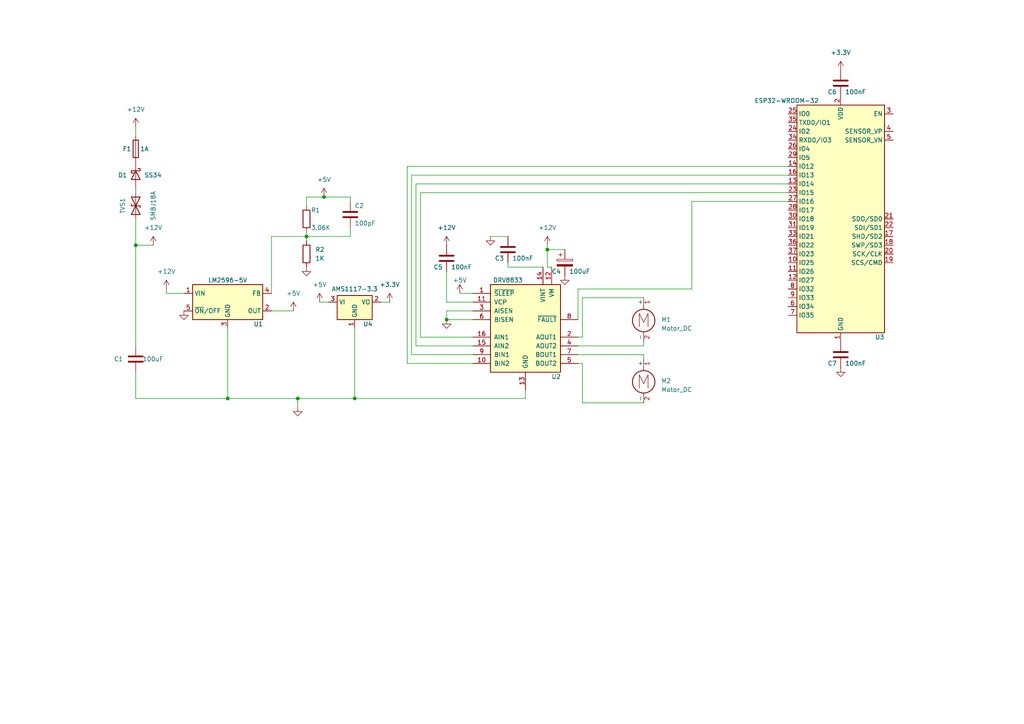
<source format=kicad_sch>
(kicad_sch (version 20230121) (generator eeschema)
  (paper "A4")
  (paper "A4")
  (title_block (title "Car Radio Flip Motor Controller") (date "2026-02-19") (rev "1.0"))
  (lib_symbols
    (symbol "Device:C" (pin_numbers hide) (pin_names (offset 0.254))
      (property "Reference" "C" (at 0.635 2.54 0))
      (property "Value" "C" (at 0.635 -2.54 0))
      (symbol "C_0_1"
        (polyline (pts (xy -2.032 -0.762) (xy 2.032 -0.762)) (stroke (width 0.508)))
        (polyline (pts (xy -2.032 0.762) (xy 2.032 0.762)) (stroke (width 0.508)))
      )
      (symbol "C_1_1"
        (pin passive line (at 0 3.81 270) (length 2.794) (name "~") (number "1"))
        (pin passive line (at 0 -3.81 90) (length 2.794) (name "~") (number "2"))
      )
    )
    (symbol "Device:C_Polarized" (pin_numbers hide) (pin_names (offset 0.254))
      (property "Reference" "C" (at 0.635 2.54 0))
      (property "Value" "C_Polarized" (at 0.635 -2.54 0))
      (symbol "C_Polarized_0_1"
        (rectangle (start -2.286 0.508) (end 2.286 1.016))
        (polyline (pts (xy -1.778 2.286) (xy -0.762 2.286)))
        (polyline (pts (xy -1.27 2.794) (xy -1.27 1.778)))
        (rectangle (start 2.286 -0.508) (end -2.286 -1.016) (fill (type outline)))
      )
      (symbol "C_Polarized_1_1"
        (pin passive line (at 0 3.81 270) (length 2.794) (name "~") (number "1"))
        (pin passive line (at 0 -3.81 90) (length 2.794) (name "~") (number "2"))
      )
    )
    (symbol "Device:D_Schottky" (pin_numbers hide) (pin_names (offset 1.016) hide)
      (property "Reference" "D" (at 0 2.54 0))
      (property "Value" "D_Schottky" (at 0 -2.54 0))
      (symbol "D_Schottky_0_1"
        (polyline (pts (xy 1.27 0) (xy -1.27 0)))
        (polyline (pts (xy 1.27 1.27) (xy 1.27 -1.27) (xy -1.27 0) (xy 1.27 1.27)) (stroke (width 0.254)))
        (polyline (pts (xy -1.905 0.635) (xy -1.905 1.27) (xy -1.27 1.27) (xy -1.27 -1.27) (xy -0.635 -1.27) (xy -0.635 -0.635)) (stroke (width 0.254)))
      )
      (symbol "D_Schottky_1_1"
        (pin passive line (at -3.81 0 0) (length 2.54) (name "K") (number "1"))
        (pin passive line (at 3.81 0 180) (length 2.54) (name "A") (number "2"))
      )
    )
    (symbol "Device:D_TVS" (pin_numbers hide) (pin_names (offset 1.016) hide)
      (property "Reference" "D" (at 0 2.54 0))
      (property "Value" "D_TVS" (at 0 -2.54 0))
      (symbol "D_TVS_0_1"
        (polyline (pts (xy 1.27 0) (xy -1.27 0)))
        (polyline (pts (xy 0.508 1.27) (xy 0 1.27) (xy 0 -1.27) (xy -0.508 -1.27)) (stroke (width 0.254)))
        (polyline (pts (xy -2.54 1.27) (xy -2.54 -1.27) (xy 2.54 1.27) (xy 2.54 -1.27) (xy -2.54 1.27)) (stroke (width 0.254)))
      )
      (symbol "D_TVS_1_1"
        (pin passive line (at -3.81 0 0) (length 2.54) (name "A1") (number "1"))
        (pin passive line (at 3.81 0 180) (length 2.54) (name "A2") (number "2"))
      )
    )
    (symbol "Device:Fuse" (pin_numbers hide) (pin_names (offset 0))
      (property "Reference" "F" (at 2.032 0 90))
      (property "Value" "Fuse" (at -1.905 0 90))
      (symbol "Fuse_0_1"
        (rectangle (start -0.762 -2.54) (end 0.762 2.54) (stroke (width 0.254)))
        (polyline (pts (xy 0 2.54) (xy 0 -2.54)))
      )
      (symbol "Fuse_1_1"
        (pin passive line (at 0 3.81 270) (length 1.27) (name "~") (number "1"))
        (pin passive line (at 0 -3.81 90) (length 1.27) (name "~") (number "2"))
      )
    )
    (symbol "Device:R" (pin_numbers hide) (pin_names (offset 0))
      (property "Reference" "R" (at 2.032 0 90))
      (property "Value" "R" (at 0 0 90))
      (symbol "R_0_1"
        (rectangle (start -1.016 -2.54) (end 1.016 2.54) (stroke (width 0.254)))
      )
      (symbol "R_1_1"
        (pin passive line (at 0 3.81 270) (length 1.27) (name "~") (number "1"))
        (pin passive line (at 0 -3.81 90) (length 1.27) (name "~") (number "2"))
      )
    )
    (symbol "Driver_Motor:DRV8833PW" (pin_names (offset 1.016))
      (property "Reference" "U" (at -3.81 16.51 0))
      (property "Value" "DRV8833PW" (at -3.81 13.97 0))
      (symbol "DRV8833PW_0_1"
        (rectangle (start -10.16 12.7) (end 10.16 -12.7) (stroke (width 0.254)) (fill (type background)))
      )
      (symbol "DRV8833PW_1_1"
        (pin input line (at -15.24 10.16 0) (length 5.08) (name "~{SLEEP}") (number "1"))
        (pin input line (at -15.24 -10.16 0) (length 5.08) (name "BIN2") (number "10"))
        (pin bidirectional line (at -15.24 7.62 0) (length 5.08) (name "VCP") (number "11"))
        (pin power_in line (at 7.62 17.78 270) (length 5.08) (name "VM") (number "12"))
        (pin power_in line (at 0 -17.78 90) (length 5.08) (name "GND") (number "13"))
        (pin power_in line (at 5.08 17.78 270) (length 5.08) (name "VINT") (number "14"))
        (pin input line (at -15.24 -5.08 0) (length 5.08) (name "AIN2") (number "15"))
        (pin input line (at -15.24 -2.54 0) (length 5.08) (name "AIN1") (number "16"))
        (pin power_out line (at 15.24 -2.54 180) (length 5.08) (name "AOUT1") (number "2"))
        (pin bidirectional line (at -15.24 5.08 0) (length 5.08) (name "AISEN") (number "3"))
        (pin power_out line (at 15.24 -5.08 180) (length 5.08) (name "AOUT2") (number "4"))
        (pin power_out line (at 15.24 -10.16 180) (length 5.08) (name "BOUT2") (number "5"))
        (pin bidirectional line (at -15.24 2.54 0) (length 5.08) (name "BISEN") (number "6"))
        (pin power_out line (at 15.24 -7.62 180) (length 5.08) (name "BOUT1") (number "7"))
        (pin open_collector line (at 15.24 2.54 180) (length 5.08) (name "~{FAULT}") (number "8"))
        (pin input line (at -15.24 -7.62 0) (length 5.08) (name "BIN1") (number "9"))
      )
    )
    (symbol "Motor:Motor_DC" (pin_names (offset 0))
      (property "Reference" "M" (at 2.54 2.54 0))
      (property "Value" "Motor_DC" (at 2.54 -5.08 0))
      (symbol "Motor_DC_0_0"
        (polyline (pts (xy -1.27 -3.302) (xy -1.27 0.508) (xy 0 -2.032) (xy 1.27 0.508) (xy 1.27 -3.302)))
      )
      (symbol "Motor_DC_0_1"
        (circle (center 0 -1.524) (radius 3.2512) (stroke (width 0.254)))
        (polyline (pts (xy 0 -7.62) (xy 0 -7.112)))
        (polyline (pts (xy 0 -4.7752) (xy 0 -5.1816)))
        (polyline (pts (xy 0 1.7272) (xy 0 2.0828)))
        (polyline (pts (xy 0 2.032) (xy 0 2.54)))
      )
      (symbol "Motor_DC_1_1"
        (pin passive line (at 0 5.08 270) (length 2.54) (name "+") (number "1"))
        (pin passive line (at 0 -7.62 90) (length 2.54) (name "-") (number "2"))
      )
    )
    (symbol "RF_Module:ESP32-WROOM-32"
      (property "Reference" "U" (at -12.7 34.29 0))
      (property "Value" "ESP32-WROOM-32" (at 1.27 34.29 0))
      (symbol "ESP32-WROOM-32_0_1"
        (rectangle (start -12.7 33.02) (end 12.7 -33.02) (stroke (width 0.254)) (fill (type background)))
      )
      (symbol "ESP32-WROOM-32_1_1"
        (pin power_in line (at 0 -35.56 90) (length 2.54) (name "GND") (number "1"))
        (pin bidirectional line (at 15.24 -12.7 180) (length 2.54) (name "IO25") (number "10"))
        (pin bidirectional line (at 15.24 -15.24 180) (length 2.54) (name "IO26") (number "11"))
        (pin bidirectional line (at 15.24 -17.78 180) (length 2.54) (name "IO27") (number "12"))
        (pin bidirectional line (at 15.24 10.16 180) (length 2.54) (name "IO14") (number "13"))
        (pin bidirectional line (at 15.24 15.24 180) (length 2.54) (name "IO12") (number "14"))
        (pin passive line (at 0 -35.56 90) (length 2.54) hide (name "GND") (number "15"))
        (pin bidirectional line (at 15.24 12.7 180) (length 2.54) (name "IO13") (number "16"))
        (pin bidirectional line (at -15.24 -5.08 0) (length 2.54) (name "SHD/SD2") (number "17"))
        (pin bidirectional line (at -15.24 -7.62 0) (length 2.54) (name "SWP/SD3") (number "18"))
        (pin bidirectional line (at -15.24 -12.7 0) (length 2.54) (name "SCS/CMD") (number "19"))
        (pin power_in line (at 0 35.56 270) (length 2.54) (name "VDD") (number "2"))
        (pin bidirectional line (at -15.24 -10.16 0) (length 2.54) (name "SCK/CLK") (number "20"))
        (pin bidirectional line (at -15.24 0 0) (length 2.54) (name "SDO/SD0") (number "21"))
        (pin bidirectional line (at -15.24 -2.54 0) (length 2.54) (name "SDI/SD1") (number "22"))
        (pin bidirectional line (at 15.24 7.62 180) (length 2.54) (name "IO15") (number "23"))
        (pin bidirectional line (at 15.24 25.4 180) (length 2.54) (name "IO2") (number "24"))
        (pin bidirectional line (at 15.24 30.48 180) (length 2.54) (name "IO0") (number "25"))
        (pin bidirectional line (at 15.24 20.32 180) (length 2.54) (name "IO4") (number "26"))
        (pin bidirectional line (at 15.24 5.08 180) (length 2.54) (name "IO16") (number "27"))
        (pin bidirectional line (at 15.24 2.54 180) (length 2.54) (name "IO17") (number "28"))
        (pin bidirectional line (at 15.24 17.78 180) (length 2.54) (name "IO5") (number "29"))
        (pin input line (at -15.24 30.48 0) (length 2.54) (name "EN") (number "3"))
        (pin bidirectional line (at 15.24 0 180) (length 2.54) (name "IO18") (number "30"))
        (pin bidirectional line (at 15.24 -2.54 180) (length 2.54) (name "IO19") (number "31"))
        (pin no_connect line (at -12.7 -27.94 0) (length 2.54) hide (name "NC") (number "32"))
        (pin bidirectional line (at 15.24 -5.08 180) (length 2.54) (name "IO21") (number "33"))
        (pin bidirectional line (at 15.24 22.86 180) (length 2.54) (name "RXD0/IO3") (number "34"))
        (pin bidirectional line (at 15.24 27.94 180) (length 2.54) (name "TXD0/IO1") (number "35"))
        (pin bidirectional line (at 15.24 -7.62 180) (length 2.54) (name "IO22") (number "36"))
        (pin bidirectional line (at 15.24 -10.16 180) (length 2.54) (name "IO23") (number "37"))
        (pin passive line (at 0 -35.56 90) (length 2.54) hide (name "GND") (number "38"))
        (pin passive line (at 0 -35.56 90) (length 2.54) hide (name "GND") (number "39"))
        (pin input line (at -15.24 25.4 0) (length 2.54) (name "SENSOR_VP") (number "4"))
        (pin input line (at -15.24 22.86 0) (length 2.54) (name "SENSOR_VN") (number "5"))
        (pin input line (at 15.24 -25.4 180) (length 2.54) (name "IO34") (number "6"))
        (pin input line (at 15.24 -27.94 180) (length 2.54) (name "IO35") (number "7"))
        (pin bidirectional line (at 15.24 -20.32 180) (length 2.54) (name "IO32") (number "8"))
        (pin bidirectional line (at 15.24 -22.86 180) (length 2.54) (name "IO33") (number "9"))
      )
    )
    (symbol "Regulator_Linear:AMS1117-3.3"
      (property "Reference" "U" (at -3.81 3.175 0))
      (property "Value" "AMS1117-3.3" (at 0 3.175 0))
      (symbol "AMS1117-3.3_0_1"
        (rectangle (start -5.08 -5.08) (end 5.08 1.905) (stroke (width 0.254)) (fill (type background)))
      )
      (symbol "AMS1117-3.3_1_1"
        (pin power_in line (at 0 -7.62 90) (length 2.54) (name "GND") (number "1"))
        (pin power_out line (at 7.62 0 180) (length 2.54) (name "VO") (number "2"))
        (pin power_in line (at -7.62 0 0) (length 2.54) (name "VI") (number "3"))
      )
    )
    (symbol "Regulator_Switching:LM2596S-5"
      (property "Reference" "U" (at -10.16 6.35 0))
      (property "Value" "LM2596S-5" (at 0 6.35 0))
      (symbol "LM2596S-5_0_1"
        (rectangle (start -10.16 5.08) (end 10.16 -5.08) (stroke (width 0.254)) (fill (type background)))
      )
      (symbol "LM2596S-5_1_1"
        (pin power_in line (at -12.7 2.54 0) (length 2.54) (name "VIN") (number "1"))
        (pin output line (at 12.7 -2.54 180) (length 2.54) (name "OUT") (number "2"))
        (pin power_in line (at 0 -7.62 90) (length 2.54) (name "GND") (number "3"))
        (pin input line (at 12.7 2.54 180) (length 2.54) (name "FB") (number "4"))
        (pin input line (at -12.7 -2.54 0) (length 2.54) (name "~{ON}/OFF") (number "5"))
      )
    )
    (symbol "power:+12V" (power) (pin_names (offset 0))
      (property "Value" "+12V" (at 0 3.556 0))
      (symbol "+12V_0_1"
        (polyline (pts (xy -0.762 1.27) (xy 0 2.54)))
        (polyline (pts (xy 0 0) (xy 0 2.54)))
        (polyline (pts (xy 0 2.54) (xy 0.762 1.27)))
      )
      (symbol "+12V_1_1"
        (pin power_in line (at 0 0 90) (length 0) hide (name "+12V") (number "1"))
      )
    )
    (symbol "power:+3.3V" (power) (pin_names (offset 0))
      (property "Value" "+3.3V" (at 0 3.556 0))
      (symbol "+3.3V_0_1"
        (polyline (pts (xy -0.762 1.27) (xy 0 2.54)))
        (polyline (pts (xy 0 0) (xy 0 2.54)))
        (polyline (pts (xy 0 2.54) (xy 0.762 1.27)))
      )
      (symbol "+3.3V_1_1"
        (pin power_in line (at 0 0 90) (length 0) hide (name "+3.3V") (number "1"))
      )
    )
    (symbol "power:+5V" (power) (pin_names (offset 0))
      (property "Value" "+5V" (at 0 3.556 0))
      (symbol "+5V_0_1"
        (polyline (pts (xy -0.762 1.27) (xy 0 2.54)))
        (polyline (pts (xy 0 0) (xy 0 2.54)))
        (polyline (pts (xy 0 2.54) (xy 0.762 1.27)))
      )
      (symbol "+5V_1_1"
        (pin power_in line (at 0 0 90) (length 0) hide (name "+5V") (number "1"))
      )
    )
    (symbol "power:GND" (power) (pin_names (offset 0))
      (property "Value" "GND" (at 0 -3.81 0))
      (symbol "GND_0_1"
        (polyline (pts (xy 0 0) (xy 0 -1.27) (xy 1.27 -1.27) (xy 0 -2.54) (xy -1.27 -1.27) (xy 0 -1.27)))
      )
      (symbol "GND_1_1"
        (pin power_in line (at 0 0 270) (length 0) hide (name "GND") (number "1"))
      )
    )
  )
  (junction (at 86.36 115.57))
  (junction (at 129.54 92.71))
  (junction (at 158.75 72.39))
  (junction (at 66.04 115.57))
  (junction (at 39.37 71.12))
  (junction (at 102.87 115.57))
  (junction (at 88.9 68.58))
  (junction (at 93.98 57.15))
  (wire (pts (xy 168.91 86.36) (xy 168.91 97.79)))
  (wire (pts (xy 158.75 71.12) (xy 158.75 72.39)))
  (wire (pts (xy 121.92 55.88) (xy 228.6 55.88)))
  (wire (pts (xy 66.04 95.25) (xy 66.04 115.57)))
  (wire (pts (xy 93.98 57.15) (xy 101.6 57.15)))
  (wire (pts (xy 137.16 97.79) (xy 121.92 97.79)))
  (wire (pts (xy 120.65 53.34) (xy 120.65 100.33)))
  (wire (pts (xy 101.6 66.04) (xy 101.6 68.58)))
  (wire (pts (xy 39.37 63.5) (xy 39.37 71.12)))
  (wire (pts (xy 168.91 105.41) (xy 168.91 116.84)))
  (wire (pts (xy 48.26 83.82) (xy 48.26 85.09)))
  (wire (pts (xy 168.91 116.84) (xy 186.69 116.84)))
  (wire (pts (xy 119.38 50.8) (xy 228.6 50.8)))
  (wire (pts (xy 137.16 90.17) (xy 129.54 90.17)))
  (wire (pts (xy 92.71 87.63) (xy 95.25 87.63)))
  (wire (pts (xy 137.16 87.63) (xy 129.54 87.63)))
  (wire (pts (xy 39.37 36.83) (xy 39.37 39.37)))
  (wire (pts (xy 129.54 87.63) (xy 129.54 78.74)))
  (wire (pts (xy 157.48 77.47) (xy 147.32 77.47)))
  (wire (pts (xy 39.37 115.57) (xy 66.04 115.57)))
  (wire (pts (xy 113.03 87.63) (xy 110.49 87.63)))
  (wire (pts (xy 200.66 58.42) (xy 228.6 58.42)))
  (wire (pts (xy 66.04 115.57) (xy 86.36 115.57)))
  (wire (pts (xy 39.37 71.12) (xy 44.45 71.12)))
  (wire (pts (xy 142.24 68.58) (xy 147.32 68.58)))
  (wire (pts (xy 120.65 100.33) (xy 137.16 100.33)))
  (wire (pts (xy 158.75 72.39) (xy 158.75 77.47)))
  (wire (pts (xy 78.74 68.58) (xy 88.9 68.58)))
  (wire (pts (xy 39.37 54.61) (xy 39.37 55.88)))
  (wire (pts (xy 158.75 77.47) (xy 160.02 77.47)))
  (wire (pts (xy 39.37 71.12) (xy 39.37 100.33)))
  (wire (pts (xy 48.26 85.09) (xy 53.34 85.09)))
  (wire (pts (xy 168.91 97.79) (xy 167.64 97.79)))
  (wire (pts (xy 78.74 90.17) (xy 85.09 90.17)))
  (wire (pts (xy 167.64 83.82) (xy 200.66 83.82)))
  (wire (pts (xy 118.11 105.41) (xy 137.16 105.41)))
  (wire (pts (xy 88.9 67.31) (xy 88.9 68.58)))
  (wire (pts (xy 102.87 95.25) (xy 102.87 115.57)))
  (wire (pts (xy 119.38 102.87) (xy 137.16 102.87)))
  (wire (pts (xy 137.16 85.09) (xy 133.35 85.09)))
  (wire (pts (xy 167.64 92.71) (xy 167.64 83.82)))
  (wire (pts (xy 101.6 58.42) (xy 101.6 57.15)))
  (wire (pts (xy 102.87 115.57) (xy 152.4 115.57)))
  (wire (pts (xy 88.9 68.58) (xy 101.6 68.58)))
  (wire (pts (xy 78.74 85.09) (xy 78.74 68.58)))
  (wire (pts (xy 129.54 90.17) (xy 129.54 92.71)))
  (wire (pts (xy 152.4 115.57) (xy 152.4 113.03)))
  (wire (pts (xy 129.54 92.71) (xy 137.16 92.71)))
  (wire (pts (xy 88.9 68.58) (xy 88.9 69.85)))
  (wire (pts (xy 200.66 83.82) (xy 200.66 58.42)))
  (wire (pts (xy 168.91 86.36) (xy 186.69 86.36)))
  (wire (pts (xy 88.9 57.15) (xy 88.9 59.69)))
  (wire (pts (xy 39.37 115.57) (xy 39.37 107.95)))
  (wire (pts (xy 186.69 100.33) (xy 186.69 99.06)))
  (wire (pts (xy 168.91 105.41) (xy 167.64 105.41)))
  (wire (pts (xy 120.65 53.34) (xy 228.6 53.34)))
  (wire (pts (xy 86.36 115.57) (xy 86.36 118.11)))
  (wire (pts (xy 167.64 100.33) (xy 186.69 100.33)))
  (wire (pts (xy 147.32 77.47) (xy 147.32 76.2)))
  (wire (pts (xy 86.36 115.57) (xy 102.87 115.57)))
  (wire (pts (xy 186.69 102.87) (xy 186.69 104.14)))
  (wire (pts (xy 118.11 48.26) (xy 228.6 48.26)))
  (wire (pts (xy 167.64 102.87) (xy 186.69 102.87)))
  (wire (pts (xy 118.11 48.26) (xy 118.11 105.41)))
  (wire (pts (xy 121.92 97.79) (xy 121.92 55.88)))
  (wire (pts (xy 119.38 102.87) (xy 119.38 50.8)))
  (wire (pts (xy 158.75 72.39) (xy 163.83 72.39)))
  (wire (pts (xy 88.9 57.15) (xy 93.98 57.15)))
  (symbol (lib_id "power:GND") (at 53.34 90.17 0) (unit 1)
    (property "Reference" "#PWR03" (effects hide))
    (property "Value" "GND" (effects hide))
  )
  (symbol (lib_id "power:+12V") (at 158.75 71.12 0) (unit 1)
    (property "Reference" "#PWR09" (effects hide))
    (property "Value" "+12V" (at 158.75 66.04 0))
  )
  (symbol (lib_id "power:+5V") (at 85.09 90.17 0) (unit 1)
    (property "Reference" "#PWR01" (effects hide))
    (property "Value" "+5V" (at 85.09 85.09 0))
  )
  (symbol (lib_id "power:GND") (at 163.83 80.01 0) (unit 1)
    (property "Reference" "#PWR011" (effects hide))
    (property "Value" "GND" (effects hide))
  )
  (symbol (lib_id "Device:R") (at 88.9 63.5 0) (unit 1)
    (property "Reference" "R1" (at 90.17 60.96 0) (effects (justify left)))
    (property "Value" "3.06K" (at 90.17 66.04 0) (effects (justify left)))
  )
  (symbol (lib_id "Regulator_Switching:LM2596S-5") (at 66.04 87.63 0) (unit 1)
    (property "Reference" "U1" (at 74.93 93.98 0))
    (property "Value" "LM2596-5V" (at 66.04 81.28 0))
    (property "Footprint" "Package_TO_SOT_SMD:TO-263-5_TabPin3" (effects hide))
    (property "Datasheet" "http://www.ti.com/lit/ds/symlink/lm2596.pdf" (effects hide))
  )
  (symbol (lib_id "power:+5V") (at 92.71 87.63 0) (unit 1)
    (property "Reference" "#PWR06" (effects hide))
    (property "Value" "+5V" (at 92.71 82.55 0))
  )
  (symbol (lib_id "Device:C") (at 129.54 74.93 0) (unit 1)
    (property "Reference" "C5" (at 125.73 77.47 0) (effects (justify left)))
    (property "Value" "100nF" (at 130.81 77.47 0) (effects (justify left)))
  )
  (symbol (lib_id "power:GND") (at 86.36 118.11 0) (unit 1)
    (property "Reference" "#PWR05" (effects hide))
    (property "Value" "GND" (effects hide))
  )
  (symbol (lib_id "power:+3.3V") (at 113.03 87.63 0) (unit 1)
    (property "Reference" "#PWR02" (effects hide))
    (property "Value" "+3.3V" (at 113.03 82.55 0))
  )
  (symbol (lib_id "Device:D_TVS") (at 39.37 59.69 270) (unit 1)
    (property "Reference" "TVS1" (at 35.56 59.69 0))
    (property "Value" "SMBJ18A" (at 44.45 59.69 0))
  )
  (symbol (lib_id "Device:C") (at 243.84 24.13 0) (unit 1)
    (property "Reference" "C6" (at 240.03 26.67 0) (effects (justify left)))
    (property "Value" "100nF" (at 245.11 26.67 0) (effects (justify left)))
  )
  (symbol (lib_id "power:+5V") (at 93.98 57.15 0) (unit 1)
    (property "Reference" "#PWR018" (effects hide))
    (property "Value" "+5V" (at 93.98 52.07 0))
  )
  (symbol (lib_id "power:+12V") (at 129.54 71.12 0) (unit 1)
    (property "Reference" "#PWR012" (effects hide))
    (property "Value" "+12V" (at 129.54 66.04 0))
  )
  (symbol (lib_id "power:GND") (at 243.84 106.68 0) (unit 1)
    (property "Reference" "#PWR016" (effects hide))
    (property "Value" "GND" (effects hide))
  )
  (symbol (lib_id "Device:D_Schottky") (at 39.37 50.8 270) (unit 1)
    (property "Reference" "D1" (at 35.56 50.8 90))
    (property "Value" "SS34" (at 44.37 50.8 90))
  )
  (symbol (lib_id "power:+3.3V") (at 243.84 20.32 0) (unit 1)
    (property "Reference" "#PWR015" (effects hide))
    (property "Value" "+3.3V" (at 243.84 15.24 0))
  )
  (symbol (lib_id "Motor:Motor_DC") (at 186.69 109.22 0) (unit 1)
    (property "Reference" "M2" (at 191.77 110.49 0) (effects (justify left)))
    (property "Value" "Motor_DC" (at 191.77 113.03 0) (effects (justify left)))
  )
  (symbol (lib_id "Device:C") (at 243.84 102.87 0) (unit 1)
    (property "Reference" "C7" (at 240.03 105.41 0) (effects (justify left)))
    (property "Value" "100nF" (at 245.11 105.41 0) (effects (justify left)))
  )
  (symbol (lib_id "power:+12V") (at 44.45 71.12 0) (unit 1)
    (property "Reference" "#PWR07" (effects hide))
    (property "Value" "+12V" (at 44.45 66.04 0))
  )
  (symbol (lib_id "power:+12V") (at 48.26 83.82 0) (unit 1)
    (property "Reference" "#PWR08" (effects hide))
    (property "Value" "+12V" (at 48.26 78.74 0))
  )
  (symbol (lib_id "power:GND") (at 88.9 77.47 0) (unit 1)
    (property "Reference" "#PWR017" (effects hide))
    (property "Value" "GND" (effects hide))
  )
  (symbol (lib_id "power:GND") (at 129.54 92.71 0) (unit 1)
    (property "Reference" "#PWR014" (effects hide))
    (property "Value" "GND" (effects hide))
  )
  (symbol (lib_id "Device:R") (at 88.9 73.66 0) (unit 1)
    (property "Reference" "R2" (at 91.44 72.39 0) (effects (justify left)))
    (property "Value" "1K" (at 91.44 74.93 0) (effects (justify left)))
  )
  (symbol (lib_id "Device:Fuse") (at 39.37 43.18 0) (unit 1)
    (property "Reference" "F1" (at 36.83 43.18 0))
    (property "Value" "1A" (at 41.91 43.18 0))
  )
  (symbol (lib_id "power:+5V") (at 133.35 85.09 0) (unit 1)
    (property "Reference" "#PWR013" (effects hide))
    (property "Value" "+5V" (at 133.35 81.28 0))
  )
  (symbol (lib_id "Device:C") (at 39.37 104.14 180) (unit 1)
    (property "Reference" "C1" (at 34.37 104.14 0))
    (property "Value" "100uF" (at 44.37 104.14 0))
  )
  (symbol (lib_id "Regulator_Linear:AMS1117-3.3") (at 102.87 87.63 0) (unit 1)
    (property "Reference" "U4" (at 106.68 93.98 0))
    (property "Value" "AMS1117-3.3" (at 102.87 83.82 0))
    (property "Footprint" "Package_TO_SOT_SMD:SOT-223-3_TabPin2" (effects hide))
    (property "Datasheet" "http://www.advanced-monolithic.com/pdf/ds1117.pdf" (effects hide))
  )
  (symbol (lib_id "RF_Module:ESP32-WROOM-32") (at 243.84 63.5 0) (mirror y) (unit 1)
    (property "Reference" "U3" (at 256.54 97.79 0) (effects (justify left)))
    (property "Value" "ESP32-WROOM-32" (at 237.49 29.21 0) (effects (justify left)))
    (property "Footprint" "RF_Module:ESP32-WROOM-32" (effects hide))
    (property "Datasheet" "https://www.espressif.com/sites/default/files/documentation/esp32-wroom-32_datasheet_en.pdf" (effects hide))
  )
  (symbol (lib_id "Device:C") (at 101.6 62.23 0) (unit 1)
    (property "Reference" "C2" (at 102.87 59.69 0) (effects (justify left)))
    (property "Value" "100pF" (at 102.87 64.77 0) (effects (justify left)))
  )
  (symbol (lib_id "Device:C_Polarized") (at 163.83 76.2 0) (unit 1)
    (property "Reference" "C4" (at 160.02 78.74 0) (effects (justify left)))
    (property "Value" "100uF" (at 165.1 78.74 0) (effects (justify left)))
  )
  (symbol (lib_id "power:GND") (at 142.24 68.58 0) (unit 1)
    (property "Reference" "#PWR010" (effects hide))
    (property "Value" "GND" (effects hide))
  )
  (symbol (lib_id "Driver_Motor:DRV8833PW") (at 152.4 95.25 0) (unit 1)
    (property "Reference" "U2" (at 161.29 109.22 0))
    (property "Value" "DRV8833" (at 147.32 81.28 0))
    (property "Footprint" "Package_SO:TSSOP-16_4.4x5mm_P0.65mm" (effects hide))
    (property "Datasheet" "http://www.ti.com/lit/ds/symlink/drv8833.pdf" (effects hide))
  )
  (symbol (lib_id "Motor:Motor_DC") (at 186.69 91.44 0) (unit 1)
    (property "Reference" "M1" (at 191.77 92.71 0) (effects (justify left)))
    (property "Value" "Motor_DC" (at 191.77 95.25 0) (effects (justify left)))
  )
  (symbol (lib_id "Device:C") (at 147.32 72.39 0) (unit 1)
    (property "Reference" "C3" (at 143.51 74.93 0) (effects (justify left)))
    (property "Value" "100nF" (at 148.59 74.93 0) (effects (justify left)))
  )
  (symbol (lib_id "power:+12V") (at 39.37 36.83 0) (unit 1)
    (property "Reference" "#PWR04" (effects hide))
    (property "Value" "+12V" (at 39.37 31.75 0))
  )
)
</source>
